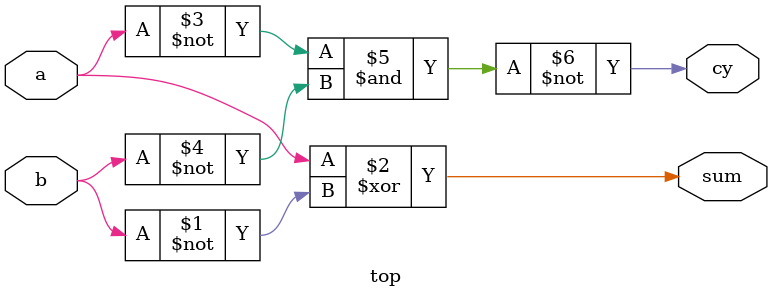
<source format=v>
module top(	// file.cleaned.mlir:2:3
  input  a,	// file.cleaned.mlir:2:21
         b,	// file.cleaned.mlir:2:33
  output sum,	// file.cleaned.mlir:2:46
         cy	// file.cleaned.mlir:2:60
);

  assign sum = a ^ ~b;	// file.cleaned.mlir:6:10, :9:5
  assign cy = ~(~a & ~b);	// file.cleaned.mlir:4:10, :5:10, :7:10, :8:10, :9:5
endmodule


</source>
